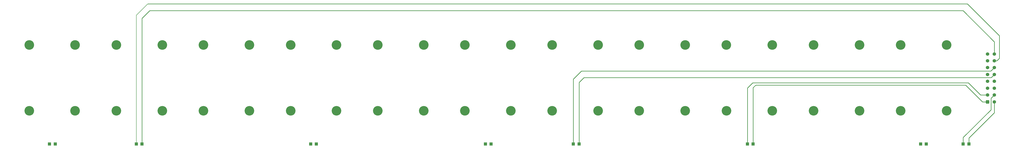
<source format=gbr>
%TF.GenerationSoftware,KiCad,Pcbnew,9.0.2*%
%TF.CreationDate,2025-07-25T15:19:20+08:00*%
%TF.ProjectId,accum_pcb_under,61636375-6d5f-4706-9362-5f756e646572,rev?*%
%TF.SameCoordinates,Original*%
%TF.FileFunction,Copper,L2,Bot*%
%TF.FilePolarity,Positive*%
%FSLAX46Y46*%
G04 Gerber Fmt 4.6, Leading zero omitted, Abs format (unit mm)*
G04 Created by KiCad (PCBNEW 9.0.2) date 2025-07-25 15:19:20*
%MOMM*%
%LPD*%
G01*
G04 APERTURE LIST*
G04 Aperture macros list*
%AMRoundRect*
0 Rectangle with rounded corners*
0 $1 Rounding radius*
0 $2 $3 $4 $5 $6 $7 $8 $9 X,Y pos of 4 corners*
0 Add a 4 corners polygon primitive as box body*
4,1,4,$2,$3,$4,$5,$6,$7,$8,$9,$2,$3,0*
0 Add four circle primitives for the rounded corners*
1,1,$1+$1,$2,$3*
1,1,$1+$1,$4,$5*
1,1,$1+$1,$6,$7*
1,1,$1+$1,$8,$9*
0 Add four rect primitives between the rounded corners*
20,1,$1+$1,$2,$3,$4,$5,0*
20,1,$1+$1,$4,$5,$6,$7,0*
20,1,$1+$1,$6,$7,$8,$9,0*
20,1,$1+$1,$8,$9,$2,$3,0*%
G04 Aperture macros list end*
%TA.AperFunction,ComponentPad*%
%ADD10C,4.200000*%
%TD*%
%TA.AperFunction,ComponentPad*%
%ADD11R,1.350000X1.350000*%
%TD*%
%TA.AperFunction,ComponentPad*%
%ADD12RoundRect,0.250001X0.499999X-0.499999X0.499999X0.499999X-0.499999X0.499999X-0.499999X-0.499999X0*%
%TD*%
%TA.AperFunction,ComponentPad*%
%ADD13C,1.500000*%
%TD*%
%TA.AperFunction,Conductor*%
%ADD14C,0.254000*%
%TD*%
%TA.AperFunction,Conductor*%
%ADD15C,0.200000*%
%TD*%
G04 APERTURE END LIST*
D10*
%TO.P,,1*%
%TO.N,N/C*%
X507381782Y-225121090D03*
%TD*%
%TO.P,,1*%
%TO.N,N/C*%
X126914767Y-196175590D03*
%TD*%
%TO.P,,1*%
%TO.N,N/C*%
X203007448Y-196176090D03*
%TD*%
%TO.P,,1*%
%TO.N,N/C*%
X393241100Y-196183590D03*
%TD*%
D11*
%TO.P,J5_1,1,Pin_1*%
%TO.N,/temp_5_1*%
X517083115Y-239613590D03*
%TD*%
D10*
%TO.P,,1*%
%TO.N,N/C*%
X355195115Y-225120090D03*
%TD*%
D11*
%TO.P,J7_1,1,Pin_1*%
%TO.N,/temp_7_1*%
X344406115Y-239613590D03*
%TD*%
%TO.P,J1_2,1,Pin_1*%
%TO.N,/temp_1_2*%
X118236115Y-239613590D03*
%TD*%
D10*
%TO.P,,1*%
%TO.N,N/C*%
X182962144Y-225114090D03*
%TD*%
%TO.P,,1*%
%TO.N,N/C*%
X279101115Y-196179090D03*
%TD*%
%TO.P,,1*%
%TO.N,N/C*%
X259055811Y-225115090D03*
%TD*%
%TO.P,,1*%
%TO.N,N/C*%
X241054826Y-225113590D03*
%TD*%
D11*
%TO.P,J8_1,1,Pin_1*%
%TO.N,/temp_8_1*%
X498503115Y-239613590D03*
%TD*%
D10*
%TO.P,,1*%
%TO.N,N/C*%
X431288478Y-225121090D03*
%TD*%
%TO.P,,1*%
%TO.N,N/C*%
X507381782Y-196188090D03*
%TD*%
%TO.P,,1*%
%TO.N,N/C*%
X469335130Y-225122590D03*
%TD*%
%TO.P,,1*%
%TO.N,N/C*%
X335149085Y-196182090D03*
%TD*%
%TO.P,,1*%
%TO.N,N/C*%
X221008796Y-196177590D03*
%TD*%
D11*
%TO.P,J8_2,1,Pin_1*%
%TO.N,/temp_8_2*%
X496003115Y-239613590D03*
%TD*%
D10*
%TO.P,,1*%
%TO.N,N/C*%
X355194752Y-196182090D03*
%TD*%
%TO.P,,1*%
%TO.N,N/C*%
X144915796Y-225112590D03*
%TD*%
D11*
%TO.P,J3_2,1,Pin_1*%
%TO.N,/temp_3_2*%
X232244115Y-239613590D03*
%TD*%
%TO.P,J1_1,1,Pin_1*%
%TO.N,/temp_1_1*%
X115736115Y-239613590D03*
%TD*%
D10*
%TO.P,,1*%
%TO.N,N/C*%
X241054463Y-196177590D03*
%TD*%
D11*
%TO.P,J2_1,1,Pin_1*%
%TO.N,/temp_2_1*%
X156114115Y-239613590D03*
%TD*%
D10*
%TO.P,,1*%
%TO.N,N/C*%
X106869100Y-196175590D03*
%TD*%
%TO.P,,1*%
%TO.N,N/C*%
X487336115Y-196188090D03*
%TD*%
D11*
%TO.P,J5_2,1,Pin_1*%
%TO.N,/temp_5_2*%
X514583115Y-239613590D03*
%TD*%
D10*
%TO.P,,1*%
%TO.N,N/C*%
X221009159Y-225113590D03*
%TD*%
%TO.P,,1*%
%TO.N,N/C*%
X297102463Y-196180590D03*
%TD*%
%TO.P,,1*%
%TO.N,N/C*%
X411242448Y-196185090D03*
%TD*%
%TO.P,,1*%
%TO.N,N/C*%
X106869463Y-225113590D03*
%TD*%
%TO.P,,1*%
%TO.N,N/C*%
X373195433Y-196183590D03*
%TD*%
%TO.P,,1*%
%TO.N,N/C*%
X317148130Y-196180590D03*
%TD*%
%TO.P,,1*%
%TO.N,N/C*%
X297102463Y-225113590D03*
%TD*%
D11*
%TO.P,J7_2,1,Pin_1*%
%TO.N,/temp_7_2*%
X346906115Y-239613590D03*
%TD*%
D10*
%TO.P,,1*%
%TO.N,N/C*%
X126915130Y-225113590D03*
%TD*%
%TO.P,,1*%
%TO.N,N/C*%
X431288115Y-196185090D03*
%TD*%
%TO.P,,1*%
%TO.N,N/C*%
X393241463Y-225121590D03*
%TD*%
%TO.P,,1*%
%TO.N,N/C*%
X259055448Y-196179090D03*
%TD*%
%TO.P,,1*%
%TO.N,N/C*%
X335149448Y-225120090D03*
%TD*%
%TO.P,,1*%
%TO.N,N/C*%
X164961100Y-196174590D03*
%TD*%
D11*
%TO.P,J4_1,1,Pin_1*%
%TO.N,/temp_4_1*%
X422924115Y-239613590D03*
%TD*%
D10*
%TO.P,,1*%
%TO.N,N/C*%
X487336115Y-225121090D03*
%TD*%
%TO.P,,1*%
%TO.N,N/C*%
X449289463Y-225122590D03*
%TD*%
%TO.P,,1*%
%TO.N,N/C*%
X203007811Y-225114090D03*
%TD*%
%TO.P,,1*%
%TO.N,N/C*%
X144915433Y-196174590D03*
%TD*%
D11*
%TO.P,J6_1,1,Pin_1*%
%TO.N,/temp_6_1*%
X306039115Y-239613590D03*
%TD*%
%TO.P,J6_2,1,Pin_1*%
%TO.N,/temp_6_2*%
X308539115Y-239613590D03*
%TD*%
D10*
%TO.P,,1*%
%TO.N,N/C*%
X469334767Y-196186590D03*
%TD*%
D11*
%TO.P,J4_2,1,Pin_1*%
%TO.N,/temp_4_2*%
X420424115Y-239613590D03*
%TD*%
D10*
%TO.P,,1*%
%TO.N,N/C*%
X317148130Y-225113590D03*
%TD*%
D11*
%TO.P,J3_1,1,Pin_1*%
%TO.N,/temp_3_1*%
X229744115Y-239613590D03*
%TD*%
D12*
%TO.P,J9,1,Pin_1*%
%TO.N,/temp_4_1*%
X525212115Y-221154463D03*
D13*
%TO.P,J9,2,Pin_2*%
%TO.N,/temp_4_2*%
X525212115Y-218154463D03*
%TO.P,J9,3,Pin_3*%
%TO.N,/temp_6_2*%
X525212115Y-215154463D03*
%TO.P,J9,4,Pin_4*%
%TO.N,/temp_6_1*%
X525212115Y-212154463D03*
%TO.P,J9,5,Pin_5*%
%TO.N,/temp_3_2*%
X525212115Y-209154463D03*
%TO.P,J9,6,Pin_6*%
%TO.N,/temp_3_1*%
X525212115Y-206154463D03*
%TO.P,J9,7,Pin_7*%
%TO.N,/temp_1_2*%
X525212115Y-203154463D03*
%TO.P,J9,8,Pin_8*%
%TO.N,/temp_1_1*%
X525212115Y-200154463D03*
%TO.P,J9,9,Pin_9*%
%TO.N,/temp_5_1*%
X528212115Y-221154463D03*
%TO.P,J9,10,Pin_10*%
%TO.N,/temp_5_2*%
X528212115Y-218154463D03*
%TO.P,J9,11,Pin_11*%
%TO.N,/temp_8_2*%
X528212115Y-215154463D03*
%TO.P,J9,12,Pin_12*%
%TO.N,/temp_8_1*%
X528212115Y-212154463D03*
%TO.P,J9,13,Pin_13*%
%TO.N,/temp_7_2*%
X528212115Y-209154463D03*
%TO.P,J9,14,Pin_14*%
%TO.N,/temp_7_1*%
X528212115Y-206154463D03*
%TO.P,J9,15,Pin_15*%
%TO.N,/temp_2_2*%
X528212115Y-203154463D03*
%TO.P,J9,16,Pin_16*%
%TO.N,/temp_2_1*%
X528212115Y-200154463D03*
%TD*%
D10*
%TO.P,,1*%
%TO.N,N/C*%
X411242811Y-225121090D03*
%TD*%
%TO.P,,1*%
%TO.N,N/C*%
X373195796Y-225121590D03*
%TD*%
%TO.P,,1*%
%TO.N,N/C*%
X449289100Y-196186590D03*
%TD*%
D11*
%TO.P,J2_2,1,Pin_1*%
%TO.N,/temp_2_2*%
X153614115Y-239613590D03*
%TD*%
D10*
%TO.P,,1*%
%TO.N,N/C*%
X182961781Y-196176090D03*
%TD*%
%TO.P,,1*%
%TO.N,N/C*%
X279101478Y-225115090D03*
%TD*%
%TO.P,,1*%
%TO.N,N/C*%
X164961463Y-225112590D03*
%TD*%
D14*
%TO.N,/temp_7_2*%
X346906115Y-239613590D02*
X346906115Y-212612590D01*
X349021115Y-210497590D02*
X526868988Y-210497590D01*
X346906115Y-212612590D02*
X349021115Y-210497590D01*
X526868988Y-210497590D02*
X528212115Y-209154463D01*
%TO.N,/temp_5_2*%
X526763115Y-224161590D02*
X526763115Y-219603463D01*
X514583115Y-239613590D02*
X514583115Y-236797590D01*
X526763115Y-224617590D02*
X526763115Y-224161590D01*
X526763115Y-219603463D02*
X528212115Y-218154463D01*
X514583115Y-236797590D02*
X526763115Y-224617590D01*
%TO.N,/temp_5_1*%
X517083115Y-237043590D02*
X528212115Y-225914590D01*
X517083115Y-239613590D02*
X517083115Y-237043590D01*
X528212115Y-225914590D02*
X528212115Y-221154463D01*
%TO.N,/temp_2_1*%
X528212115Y-194830590D02*
X528212115Y-200154463D01*
X514536115Y-181154590D02*
X528212115Y-194830590D01*
X156114115Y-184557590D02*
X159517115Y-181154590D01*
X156114115Y-239613590D02*
X156114115Y-184557590D01*
X159517115Y-181154590D02*
X514536115Y-181154590D01*
D15*
%TO.N,/temp_2_2*%
X153614115Y-183186590D02*
X158654115Y-178146590D01*
D14*
X158654115Y-178146590D02*
X516424115Y-178146590D01*
D15*
X153614115Y-239613590D02*
X153614115Y-183186590D01*
X153614115Y-239613590D02*
X153615115Y-239614590D01*
D14*
X529338242Y-203154463D02*
X528212115Y-203154463D01*
X530442115Y-202050590D02*
X529338242Y-203154463D01*
X530442115Y-192164590D02*
X530442115Y-202050590D01*
X516424115Y-178146590D02*
X530442115Y-192164590D01*
%TO.N,/temp_4_2*%
X420424115Y-239613590D02*
X420424115Y-215129590D01*
X516854115Y-212804590D02*
X522203988Y-218154463D01*
X522203988Y-218154463D02*
X525212115Y-218154463D01*
X420424115Y-215129590D02*
X422749115Y-212804590D01*
X422749115Y-212804590D02*
X516854115Y-212804590D01*
%TO.N,/temp_4_1*%
X523061988Y-221154463D02*
X525212115Y-221154463D01*
X422924115Y-214934590D02*
X424050115Y-213808590D01*
X515716115Y-213808590D02*
X523061988Y-221154463D01*
X422924115Y-239613590D02*
X422924115Y-214934590D01*
X424050115Y-213808590D02*
X515716115Y-213808590D01*
%TO.N,/temp_7_1*%
X526713988Y-207652590D02*
X528212115Y-206154463D01*
X344406115Y-239613590D02*
X344406115Y-211164590D01*
X344406115Y-211164590D02*
X347918115Y-207652590D01*
X347918115Y-207652590D02*
X526713988Y-207652590D01*
%TD*%
M02*

</source>
